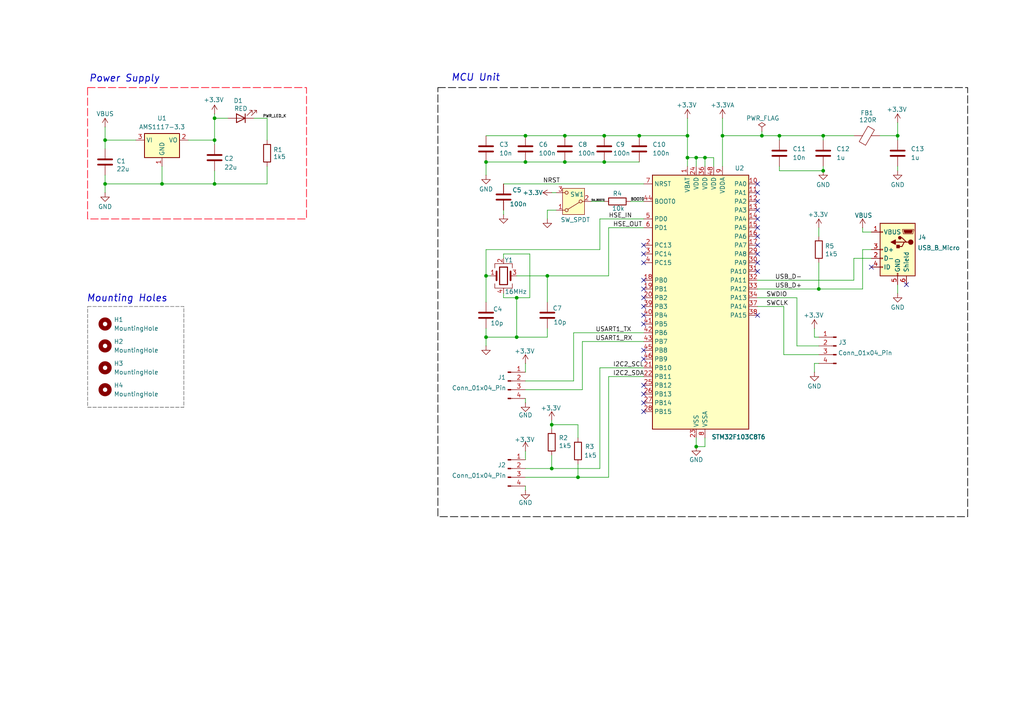
<source format=kicad_sch>
(kicad_sch (version 20231120) (generator "eeschema") (generator_version "8.0")
  (paper "A4")
  (title_block (title "Di-Vortex 2.0") (date "2025-01-06") (rev "0.1") (company "Dinalofcl Technologies"))
  (lib_symbols
    (symbol "Connector:Conn_01x04_Pin" (pin_names (offset 1.016) hide)
      (property "Reference" "J" (at 0 5.08 0))
      (property "Value" "Conn_01x04_Pin" (at 0 -7.62 0))
      (symbol "Conn_01x04_Pin_1_1"
        (polyline (pts (xy 1.27 -5.08) (xy 0.8636 -5.08)) (stroke (width 0.1524)))
        (polyline (pts (xy 1.27 -2.54) (xy 0.8636 -2.54)) (stroke (width 0.1524)))
        (polyline (pts (xy 1.27 0) (xy 0.8636 0)) (stroke (width 0.1524)))
        (polyline (pts (xy 1.27 2.54) (xy 0.8636 2.54)) (stroke (width 0.1524)))
        (rectangle (start 0.8636 -4.953) (end 0 -5.207) (stroke (width 0.1524)) (fill (type outline)))
        (rectangle (start 0.8636 -2.413) (end 0 -2.667) (stroke (width 0.1524)) (fill (type outline)))
        (rectangle (start 0.8636 0.127) (end 0 -0.127) (stroke (width 0.1524)) (fill (type outline)))
        (rectangle (start 0.8636 2.667) (end 0 2.413) (stroke (width 0.1524)) (fill (type outline)))
        (pin passive line (at 5.08 2.54 180) (length 3.81) (name "Pin_1") (number "1"))
        (pin passive line (at 5.08 0 180) (length 3.81) (name "Pin_2") (number "2"))
        (pin passive line (at 5.08 -2.54 180) (length 3.81) (name "Pin_3") (number "3"))
        (pin passive line (at 5.08 -5.08 180) (length 3.81) (name "Pin_4") (number "4"))
      )
    )
    (symbol "Connector:USB_B_Micro" (pin_names (offset 1.016))
      (property "Reference" "J" (at -5.08 11.43 0))
      (property "Value" "USB_B_Micro" (at -5.08 8.89 0))
      (symbol "USB_B_Micro_0_1"
        (rectangle (start -5.08 -7.62) (end 5.08 7.62) (stroke (width 0.254)) (fill (type background)))
        (circle (center -3.81 2.159) (radius 0.635) (stroke (width 0.254)) (fill (type outline)))
        (circle (center -0.635 3.429) (radius 0.381) (stroke (width 0.254)) (fill (type outline)))
        (rectangle (start -0.127 -7.62) (end 0.127 -6.858))
        (polyline (pts (xy -1.905 2.159) (xy 0.635 2.159)) (stroke (width 0.254)))
        (polyline (pts (xy -3.175 2.159) (xy -2.54 2.159) (xy -1.27 3.429) (xy -0.635 3.429)) (stroke (width 0.254)))
        (polyline (pts (xy -2.54 2.159) (xy -1.905 2.159) (xy -1.27 0.889) (xy 0 0.889)) (stroke (width 0.254)))
        (polyline (pts (xy 0.635 2.794) (xy 0.635 1.524) (xy 1.905 2.159) (xy 0.635 2.794)) (stroke (width 0.254)) (fill (type outline)))
        (polyline (pts (xy -4.318 5.588) (xy -1.778 5.588) (xy -2.032 4.826) (xy -4.064 4.826) (xy -4.318 5.588)) (fill (type outline)))
        (polyline (pts (xy -4.699 5.842) (xy -4.699 5.588) (xy -4.445 4.826) (xy -4.445 4.572) (xy -1.651 4.572) (xy -1.651 4.826) (xy -1.397 5.588) (xy -1.397 5.842) (xy -4.699 5.842)))
        (rectangle (start 0.254 1.27) (end -0.508 0.508) (stroke (width 0.254)) (fill (type outline)))
        (rectangle (start 5.08 -5.207) (end 4.318 -4.953))
        (rectangle (start 5.08 -2.667) (end 4.318 -2.413))
        (rectangle (start 5.08 -0.127) (end 4.318 0.127))
        (rectangle (start 5.08 4.953) (end 4.318 5.207))
      )
      (symbol "USB_B_Micro_1_1"
        (pin power_out line (at 7.62 5.08 180) (length 2.54) (name "VBUS") (number "1"))
        (pin bidirectional line (at 7.62 -2.54 180) (length 2.54) (name "D-") (number "2"))
        (pin bidirectional line (at 7.62 0 180) (length 2.54) (name "D+") (number "3"))
        (pin passive line (at 7.62 -5.08 180) (length 2.54) (name "ID") (number "4"))
        (pin power_out line (at 0 -10.16 90) (length 2.54) (name "GND") (number "5"))
        (pin passive line (at -2.54 -10.16 90) (length 2.54) (name "Shield") (number "6"))
      )
    )
    (symbol "Device:C" (pin_numbers hide) (pin_names (offset 0.254))
      (property "Reference" "C" (at 0.635 2.54 0))
      (property "Value" "C" (at 0.635 -2.54 0))
      (symbol "C_0_1"
        (polyline (pts (xy -2.032 -0.762) (xy 2.032 -0.762)) (stroke (width 0.508)))
        (polyline (pts (xy -2.032 0.762) (xy 2.032 0.762)) (stroke (width 0.508)))
      )
      (symbol "C_1_1"
        (pin passive line (at 0 3.81 270) (length 2.794) (name "~") (number "1"))
        (pin passive line (at 0 -3.81 90) (length 2.794) (name "~") (number "2"))
      )
    )
    (symbol "Device:Crystal_GND24" (pin_names (offset 1.016) hide)
      (property "Reference" "Y" (at 3.175 5.08 0))
      (property "Value" "Crystal_GND24" (at 3.175 3.175 0))
      (symbol "Crystal_GND24_0_1"
        (rectangle (start -1.143 2.54) (end 1.143 -2.54) (stroke (width 0.3048)))
        (polyline (pts (xy -2.54 0) (xy -2.032 0)))
        (polyline (pts (xy -2.032 -1.27) (xy -2.032 1.27)) (stroke (width 0.508)))
        (polyline (pts (xy 0 -3.81) (xy 0 -3.556)))
        (polyline (pts (xy 0 3.556) (xy 0 3.81)))
        (polyline (pts (xy 2.032 -1.27) (xy 2.032 1.27)) (stroke (width 0.508)))
        (polyline (pts (xy 2.032 0) (xy 2.54 0)))
        (polyline (pts (xy -2.54 -2.286) (xy -2.54 -3.556) (xy 2.54 -3.556) (xy 2.54 -2.286)))
        (polyline (pts (xy -2.54 2.286) (xy -2.54 3.556) (xy 2.54 3.556) (xy 2.54 2.286)))
      )
      (symbol "Crystal_GND24_1_1"
        (pin passive line (at -3.81 0 0) (length 1.27) (name "1") (number "1"))
        (pin passive line (at 0 5.08 270) (length 1.27) (name "2") (number "2"))
        (pin passive line (at 3.81 0 180) (length 1.27) (name "3") (number "3"))
        (pin passive line (at 0 -5.08 90) (length 1.27) (name "4") (number "4"))
      )
    )
    (symbol "Device:FerriteBead" (pin_numbers hide) (pin_names (offset 0))
      (property "Reference" "FB" (at -3.81 0.635 90))
      (property "Value" "FerriteBead" (at 3.81 0 90))
      (symbol "FerriteBead_0_1"
        (polyline (pts (xy 0 -1.27) (xy 0 -1.2192)))
        (polyline (pts (xy 0 1.27) (xy 0 1.2954)))
        (polyline (pts (xy -2.7686 0.4064) (xy -1.7018 2.2606) (xy 2.7686 -0.3048) (xy 1.6764 -2.159) (xy -2.7686 0.4064)))
      )
      (symbol "FerriteBead_1_1"
        (pin passive line (at 0 3.81 270) (length 2.54) (name "~") (number "1"))
        (pin passive line (at 0 -3.81 90) (length 2.54) (name "~") (number "2"))
      )
    )
    (symbol "Device:LED" (pin_numbers hide) (pin_names (offset 1.016) hide)
      (property "Reference" "D" (at 0 2.54 0))
      (property "Value" "LED" (at 0 -2.54 0))
      (symbol "LED_0_1"
        (polyline (pts (xy -1.27 -1.27) (xy -1.27 1.27)) (stroke (width 0.254)))
        (polyline (pts (xy -1.27 0) (xy 1.27 0)))
        (polyline (pts (xy 1.27 -1.27) (xy 1.27 1.27) (xy -1.27 0) (xy 1.27 -1.27)) (stroke (width 0.254)))
        (polyline (pts (xy -3.048 -0.762) (xy -4.572 -2.286) (xy -3.81 -2.286) (xy -4.572 -2.286) (xy -4.572 -1.524)))
        (polyline (pts (xy -1.778 -0.762) (xy -3.302 -2.286) (xy -2.54 -2.286) (xy -3.302 -2.286) (xy -3.302 -1.524)))
      )
      (symbol "LED_1_1"
        (pin passive line (at -3.81 0 0) (length 2.54) (name "K") (number "1"))
        (pin passive line (at 3.81 0 180) (length 2.54) (name "A") (number "2"))
      )
    )
    (symbol "Device:R" (pin_numbers hide) (pin_names (offset 0))
      (property "Reference" "R" (at 2.032 0 90))
      (property "Value" "R" (at 0 0 90))
      (symbol "R_0_1"
        (rectangle (start -1.016 -2.54) (end 1.016 2.54) (stroke (width 0.254)))
      )
      (symbol "R_1_1"
        (pin passive line (at 0 3.81 270) (length 1.27) (name "~") (number "1"))
        (pin passive line (at 0 -3.81 90) (length 1.27) (name "~") (number "2"))
      )
    )
    (symbol "MCU_ST_STM32F1:STM32F103C8Tx"
      (property "Reference" "U" (at -12.7 39.37 0))
      (property "Value" "STM32F103C8Tx" (at 10.16 39.37 0))
      (symbol "STM32F103C8Tx_0_1"
        (rectangle (start -12.7 -35.56) (end 15.24 38.1) (stroke (width 0.254)) (fill (type background)))
      )
      (symbol "STM32F103C8Tx_1_1"
        (pin power_in line (at -2.54 40.64 270) (length 2.54) (name "VBAT") (number "1"))
        (pin bidirectional line (at 17.78 35.56 180) (length 2.54) (name "PA0") (number "10"))
        (pin bidirectional line (at 17.78 33.02 180) (length 2.54) (name "PA1") (number "11"))
        (pin bidirectional line (at 17.78 30.48 180) (length 2.54) (name "PA2") (number "12"))
        (pin bidirectional line (at 17.78 27.94 180) (length 2.54) (name "PA3") (number "13"))
        (pin bidirectional line (at 17.78 25.4 180) (length 2.54) (name "PA4") (number "14"))
        (pin bidirectional line (at 17.78 22.86 180) (length 2.54) (name "PA5") (number "15"))
        (pin bidirectional line (at 17.78 20.32 180) (length 2.54) (name "PA6") (number "16"))
        (pin bidirectional line (at 17.78 17.78 180) (length 2.54) (name "PA7") (number "17"))
        (pin bidirectional line (at -15.24 7.62 0) (length 2.54) (name "PB0") (number "18"))
        (pin bidirectional line (at -15.24 5.08 0) (length 2.54) (name "PB1") (number "19"))
        (pin bidirectional line (at -15.24 17.78 0) (length 2.54) (name "PC13") (number "2"))
        (pin bidirectional line (at -15.24 2.54 0) (length 2.54) (name "PB2") (number "20"))
        (pin bidirectional line (at -15.24 -17.78 0) (length 2.54) (name "PB10") (number "21"))
        (pin bidirectional line (at -15.24 -20.32 0) (length 2.54) (name "PB11") (number "22"))
        (pin power_in line (at 0 -38.1 90) (length 2.54) (name "VSS") (number "23"))
        (pin power_in line (at 0 40.64 270) (length 2.54) (name "VDD") (number "24"))
        (pin bidirectional line (at -15.24 -22.86 0) (length 2.54) (name "PB12") (number "25"))
        (pin bidirectional line (at -15.24 -25.4 0) (length 2.54) (name "PB13") (number "26"))
        (pin bidirectional line (at -15.24 -27.94 0) (length 2.54) (name "PB14") (number "27"))
        (pin bidirectional line (at -15.24 -30.48 0) (length 2.54) (name "PB15") (number "28"))
        (pin bidirectional line (at 17.78 15.24 180) (length 2.54) (name "PA8") (number "29"))
        (pin bidirectional line (at -15.24 15.24 0) (length 2.54) (name "PC14") (number "3"))
        (pin bidirectional line (at 17.78 12.7 180) (length 2.54) (name "PA9") (number "30"))
        (pin bidirectional line (at 17.78 10.16 180) (length 2.54) (name "PA10") (number "31"))
        (pin bidirectional line (at 17.78 7.62 180) (length 2.54) (name "PA11") (number "32"))
        (pin bidirectional line (at 17.78 5.08 180) (length 2.54) (name "PA12") (number "33"))
        (pin bidirectional line (at 17.78 2.54 180) (length 2.54) (name "PA13") (number "34"))
        (pin passive line (at 0 -38.1 90) (length 2.54) hide (name "VSS") (number "35"))
        (pin power_in line (at 2.54 40.64 270) (length 2.54) (name "VDD") (number "36"))
        (pin bidirectional line (at 17.78 0 180) (length 2.54) (name "PA14") (number "37"))
        (pin bidirectional line (at 17.78 -2.54 180) (length 2.54) (name "PA15") (number "38"))
        (pin bidirectional line (at -15.24 0 0) (length 2.54) (name "PB3") (number "39"))
        (pin bidirectional line (at -15.24 12.7 0) (length 2.54) (name "PC15") (number "4"))
        (pin bidirectional line (at -15.24 -2.54 0) (length 2.54) (name "PB4") (number "40"))
        (pin bidirectional line (at -15.24 -5.08 0) (length 2.54) (name "PB5") (number "41"))
        (pin bidirectional line (at -15.24 -7.62 0) (length 2.54) (name "PB6") (number "42"))
        (pin bidirectional line (at -15.24 -10.16 0) (length 2.54) (name "PB7") (number "43"))
        (pin input line (at -15.24 30.48 0) (length 2.54) (name "BOOT0") (number "44"))
        (pin bidirectional line (at -15.24 -12.7 0) (length 2.54) (name "PB8") (number "45"))
        (pin bidirectional line (at -15.24 -15.24 0) (length 2.54) (name "PB9") (number "46"))
        (pin passive line (at 0 -38.1 90) (length 2.54) hide (name "VSS") (number "47"))
        (pin power_in line (at 5.08 40.64 270) (length 2.54) (name "VDD") (number "48"))
        (pin bidirectional line (at -15.24 25.4 0) (length 2.54) (name "PD0") (number "5"))
        (pin bidirectional line (at -15.24 22.86 0) (length 2.54) (name "PD1") (number "6"))
        (pin input line (at -15.24 35.56 0) (length 2.54) (name "NRST") (number "7"))
        (pin power_in line (at 2.54 -38.1 90) (length 2.54) (name "VSSA") (number "8"))
        (pin power_in line (at 7.62 40.64 270) (length 2.54) (name "VDDA") (number "9"))
      )
    )
    (symbol "Mechanical:MountingHole" (pin_names (offset 1.016)) (exclude_from_sim yes) (in_bom no)
      (property "Reference" "H" (at 0 5.08 0))
      (property "Value" "MountingHole" (at 0 3.175 0))
      (symbol "MountingHole_0_1"
        (circle (center 0 0) (radius 1.27) (stroke (width 1.27)))
      )
    )
    (symbol "Regulator_Linear:AMS1117-3.3"
      (property "Reference" "U" (at -3.81 3.175 0))
      (property "Value" "AMS1117-3.3" (at 0 3.175 0))
      (symbol "AMS1117-3.3_0_1"
        (rectangle (start -5.08 -5.08) (end 5.08 1.905) (stroke (width 0.254)) (fill (type background)))
      )
      (symbol "AMS1117-3.3_1_1"
        (pin power_in line (at 0 -7.62 90) (length 2.54) (name "GND") (number "1"))
        (pin power_out line (at 7.62 0 180) (length 2.54) (name "VO") (number "2"))
        (pin power_in line (at -7.62 0 0) (length 2.54) (name "VI") (number "3"))
      )
    )
    (symbol "Switch:SW_SPDT" (pin_names (offset 0) hide)
      (property "Reference" "SW" (at 0 5.08 0))
      (property "Value" "SW_SPDT" (at 0 -5.08 0))
      (symbol "SW_SPDT_0_1"
        (circle (center -2.032 0) (radius 0.4572))
        (polyline (pts (xy -1.651 0.254) (xy 1.651 2.286)))
        (circle (center 2.032 -2.54) (radius 0.4572))
        (circle (center 2.032 2.54) (radius 0.4572))
      )
      (symbol "SW_SPDT_1_1"
        (rectangle (start -3.175 3.81) (end 3.175 -3.81) (fill (type background)))
        (pin passive line (at 5.08 2.54 180) (length 2.54) (name "A") (number "1"))
        (pin passive line (at -5.08 0 0) (length 2.54) (name "B") (number "2"))
        (pin passive line (at 5.08 -2.54 180) (length 2.54) (name "C") (number "3"))
      )
    )
    (symbol "power:+3.3V" (power) (pin_numbers hide) (pin_names (offset 0) hide)
      (property "Value" "+3.3V" (at 0 3.556 0))
      (symbol "+3.3V_0_1"
        (polyline (pts (xy -0.762 1.27) (xy 0 2.54)))
        (polyline (pts (xy 0 0) (xy 0 2.54)))
        (polyline (pts (xy 0 2.54) (xy 0.762 1.27)))
      )
      (symbol "+3.3V_1_1"
        (pin power_in line (at 0 0 90) (length 0) (name "~") (number "1"))
      )
    )
    (symbol "power:+3.3VA" (power) (pin_numbers hide) (pin_names (offset 0) hide)
      (property "Value" "+3.3VA" (at 0 3.556 0))
      (symbol "+3.3VA_0_1"
        (polyline (pts (xy -0.762 1.27) (xy 0 2.54)))
        (polyline (pts (xy 0 0) (xy 0 2.54)))
        (polyline (pts (xy 0 2.54) (xy 0.762 1.27)))
      )
      (symbol "+3.3VA_1_1"
        (pin power_in line (at 0 0 90) (length 0) (name "~") (number "1"))
      )
    )
    (symbol "power:GND" (power) (pin_numbers hide) (pin_names (offset 0) hide)
      (property "Value" "GND" (at 0 -3.81 0))
      (symbol "GND_0_1"
        (polyline (pts (xy 0 0) (xy 0 -1.27) (xy 1.27 -1.27) (xy 0 -2.54) (xy -1.27 -1.27) (xy 0 -1.27)))
      )
      (symbol "GND_1_1"
        (pin power_in line (at 0 0 270) (length 0) (name "~") (number "1"))
      )
    )
    (symbol "power:PWR_FLAG" (power) (pin_numbers hide) (pin_names (offset 0) hide)
      (property "Value" "PWR_FLAG" (at 0 3.81 0))
      (symbol "PWR_FLAG_0_0"
        (pin power_out line (at 0 0 90) (length 0) (name "~") (number "1"))
      )
      (symbol "PWR_FLAG_0_1"
        (polyline (pts (xy 0 0) (xy 0 1.27) (xy -1.016 1.905) (xy 0 2.54) (xy 1.016 1.905) (xy 0 1.27)))
      )
    )
    (symbol "power:VBUS" (power) (pin_numbers hide) (pin_names (offset 0) hide)
      (property "Value" "VBUS" (at 0 3.556 0))
      (symbol "VBUS_0_1"
        (polyline (pts (xy -0.762 1.27) (xy 0 2.54)))
        (polyline (pts (xy 0 0) (xy 0 2.54)))
        (polyline (pts (xy 0 2.54) (xy 0.762 1.27)))
      )
      (symbol "VBUS_1_1"
        (pin power_in line (at 0 0 90) (length 0) (name "~") (number "1"))
      )
    )
  )
  (junction (at 185.42 39.37))
  (junction (at 238.76 39.37))
  (junction (at 30.48 40.64))
  (junction (at 152.4 46.99))
  (junction (at 237.49 83.82))
  (junction (at 226.06 39.37))
  (junction (at 140.97 97.79))
  (junction (at 175.26 39.37))
  (junction (at 163.83 39.37))
  (junction (at 260.35 39.37))
  (junction (at 46.99 53.34))
  (junction (at 201.93 45.72))
  (junction (at 149.86 97.79))
  (junction (at 62.23 53.34))
  (junction (at 175.26 46.99))
  (junction (at 149.86 86.36))
  (junction (at 158.75 80.01))
  (junction (at 140.97 46.99))
  (junction (at 167.64 138.43))
  (junction (at 30.48 53.34))
  (junction (at 160.02 123.19))
  (junction (at 163.83 46.99))
  (junction (at 152.4 39.37))
  (junction (at 209.55 39.37))
  (junction (at 160.02 135.89))
  (junction (at 62.23 34.29))
  (junction (at 220.98 39.37))
  (junction (at 199.39 39.37))
  (junction (at 204.47 45.72))
  (junction (at 62.23 40.64))
  (junction (at 201.93 129.54))
  (junction (at 199.39 45.72))
  (junction (at 140.97 80.01))
  (junction (at 238.76 49.53))
  (no_connect (at 219.71 68.58))
  (no_connect (at 219.71 66.04))
  (no_connect (at 186.69 81.28))
  (no_connect (at 219.71 78.74))
  (no_connect (at 219.71 55.88))
  (no_connect (at 186.69 73.66))
  (no_connect (at 186.69 116.84))
  (no_connect (at 186.69 119.38))
  (no_connect (at 219.71 60.96))
  (no_connect (at 186.69 91.44))
  (no_connect (at 186.69 83.82))
  (no_connect (at 219.71 76.2))
  (no_connect (at 186.69 71.12))
  (no_connect (at 186.69 111.76))
  (no_connect (at 219.71 71.12))
  (no_connect (at 219.71 91.44))
  (no_connect (at 219.71 58.42))
  (no_connect (at 186.69 76.2))
  (no_connect (at 186.69 88.9))
  (no_connect (at 262.89 82.55))
  (no_connect (at 186.69 86.36))
  (no_connect (at 219.71 53.34))
  (no_connect (at 219.71 63.5))
  (no_connect (at 186.69 93.98))
  (no_connect (at 252.73 77.47))
  (no_connect (at 186.69 104.14))
  (no_connect (at 219.71 73.66))
  (no_connect (at 186.69 114.3))
  (no_connect (at 186.69 101.6))
  (wire (pts (xy 176.53 80.01) (xy 176.53 66.04)))
  (wire (pts (xy 160.02 123.19) (xy 160.02 124.46)))
  (wire (pts (xy 152.4 130.81) (xy 152.4 133.35)))
  (wire (pts (xy 46.99 48.26) (xy 46.99 53.34)))
  (wire (pts (xy 236.22 95.25) (xy 236.22 97.79)))
  (wire (pts (xy 146.05 73.66) (xy 153.67 73.66)))
  (wire (pts (xy 158.75 60.96) (xy 161.29 60.96)))
  (wire (pts (xy 204.47 45.72) (xy 207.01 45.72)))
  (wire (pts (xy 140.97 97.79) (xy 149.86 97.79)))
  (wire (pts (xy 140.97 46.99) (xy 140.97 50.8)))
  (wire (pts (xy 173.99 106.68) (xy 186.69 106.68)))
  (wire (pts (xy 237.49 83.82) (xy 250.19 83.82)))
  (wire (pts (xy 62.23 33.02) (xy 62.23 34.29)))
  (wire (pts (xy 204.47 48.26) (xy 204.47 45.72)))
  (wire (pts (xy 30.48 36.83) (xy 30.48 40.64)))
  (wire (pts (xy 226.06 49.53) (xy 238.76 49.53)))
  (wire (pts (xy 152.4 46.99) (xy 163.83 46.99)))
  (wire (pts (xy 166.37 110.49) (xy 166.37 96.52)))
  (wire (pts (xy 152.4 39.37) (xy 163.83 39.37)))
  (wire (pts (xy 77.47 34.29) (xy 77.47 40.64)))
  (wire (pts (xy 219.71 88.9) (xy 227.33 88.9)))
  (wire (pts (xy 226.06 40.64) (xy 226.06 39.37)))
  (wire (pts (xy 260.35 82.55) (xy 260.35 85.09)))
  (wire (pts (xy 158.75 63.5) (xy 158.75 60.96)))
  (wire (pts (xy 250.19 66.04) (xy 250.19 67.31)))
  (wire (pts (xy 140.97 80.01) (xy 140.97 87.63)))
  (wire (pts (xy 207.01 48.26) (xy 207.01 45.72)))
  (wire (pts (xy 238.76 48.26) (xy 238.76 49.53)))
  (wire (pts (xy 199.39 45.72) (xy 199.39 48.26)))
  (wire (pts (xy 209.55 34.29) (xy 209.55 39.37)))
  (wire (pts (xy 152.4 110.49) (xy 166.37 110.49)))
  (wire (pts (xy 176.53 109.22) (xy 186.69 109.22)))
  (wire (pts (xy 160.02 123.19) (xy 167.64 123.19)))
  (wire (pts (xy 158.75 95.25) (xy 158.75 97.79)))
  (wire (pts (xy 204.47 127) (xy 204.47 129.54)))
  (wire (pts (xy 201.93 129.54) (xy 204.47 129.54)))
  (wire (pts (xy 167.64 138.43) (xy 176.53 138.43)))
  (wire (pts (xy 250.19 72.39) (xy 252.73 72.39)))
  (wire (pts (xy 77.47 53.34) (xy 62.23 53.34)))
  (wire (pts (xy 237.49 76.2) (xy 237.49 83.82)))
  (wire (pts (xy 152.4 135.89) (xy 160.02 135.89)))
  (wire (pts (xy 255.27 39.37) (xy 260.35 39.37)))
  (wire (pts (xy 163.83 46.99) (xy 175.26 46.99)))
  (wire (pts (xy 250.19 67.31) (xy 252.73 67.31)))
  (wire (pts (xy 73.66 34.29) (xy 77.47 34.29)))
  (wire (pts (xy 236.22 105.41) (xy 237.49 105.41)))
  (wire (pts (xy 160.02 121.92) (xy 160.02 123.19)))
  (wire (pts (xy 220.98 38.1) (xy 220.98 39.37)))
  (wire (pts (xy 140.97 80.01) (xy 142.24 80.01)))
  (wire (pts (xy 149.86 86.36) (xy 153.67 86.36)))
  (wire (pts (xy 149.86 86.36) (xy 146.05 86.36)))
  (wire (pts (xy 173.99 63.5) (xy 173.99 72.39)))
  (wire (pts (xy 209.55 39.37) (xy 209.55 48.26)))
  (wire (pts (xy 236.22 107.95) (xy 236.22 105.41)))
  (wire (pts (xy 77.47 48.26) (xy 77.47 53.34)))
  (wire (pts (xy 62.23 34.29) (xy 62.23 40.64)))
  (wire (pts (xy 166.37 96.52) (xy 186.69 96.52)))
  (wire (pts (xy 238.76 40.64) (xy 238.76 39.37)))
  (wire (pts (xy 160.02 55.88) (xy 161.29 55.88)))
  (wire (pts (xy 152.4 115.57) (xy 152.4 116.84)))
  (wire (pts (xy 152.4 113.03) (xy 168.91 113.03)))
  (wire (pts (xy 260.35 40.64) (xy 260.35 39.37)))
  (wire (pts (xy 220.98 39.37) (xy 226.06 39.37)))
  (wire (pts (xy 140.97 39.37) (xy 152.4 39.37)))
  (wire (pts (xy 201.93 48.26) (xy 201.93 45.72)))
  (wire (pts (xy 62.23 53.34) (xy 46.99 53.34)))
  (wire (pts (xy 149.86 86.36) (xy 149.86 97.79)))
  (wire (pts (xy 158.75 80.01) (xy 158.75 87.63)))
  (wire (pts (xy 152.4 138.43) (xy 167.64 138.43)))
  (wire (pts (xy 66.04 34.29) (xy 62.23 34.29)))
  (wire (pts (xy 153.67 73.66) (xy 153.67 86.36)))
  (wire (pts (xy 247.65 74.93) (xy 252.73 74.93)))
  (wire (pts (xy 152.4 105.41) (xy 152.4 107.95)))
  (wire (pts (xy 149.86 97.79) (xy 158.75 97.79)))
  (wire (pts (xy 199.39 34.29) (xy 199.39 39.37)))
  (wire (pts (xy 219.71 81.28) (xy 247.65 81.28)))
  (wire (pts (xy 168.91 113.03) (xy 168.91 99.06)))
  (wire (pts (xy 238.76 39.37) (xy 247.65 39.37)))
  (wire (pts (xy 167.64 127) (xy 167.64 123.19)))
  (wire (pts (xy 160.02 132.08) (xy 160.02 135.89)))
  (wire (pts (xy 168.91 99.06) (xy 186.69 99.06)))
  (wire (pts (xy 209.55 39.37) (xy 220.98 39.37)))
  (wire (pts (xy 46.99 53.34) (xy 30.48 53.34)))
  (wire (pts (xy 146.05 86.36) (xy 146.05 85.09)))
  (wire (pts (xy 62.23 41.91) (xy 62.23 40.64)))
  (wire (pts (xy 247.65 81.28) (xy 247.65 74.93)))
  (wire (pts (xy 227.33 102.87) (xy 237.49 102.87)))
  (wire (pts (xy 149.86 80.01) (xy 158.75 80.01)))
  (wire (pts (xy 140.97 72.39) (xy 140.97 80.01)))
  (wire (pts (xy 152.4 140.97) (xy 152.4 142.24)))
  (wire (pts (xy 173.99 72.39) (xy 140.97 72.39)))
  (wire (pts (xy 140.97 97.79) (xy 140.97 100.33)))
  (wire (pts (xy 158.75 80.01) (xy 176.53 80.01)))
  (wire (pts (xy 146.05 53.34) (xy 186.69 53.34)))
  (wire (pts (xy 250.19 83.82) (xy 250.19 72.39)))
  (wire (pts (xy 30.48 43.18) (xy 30.48 40.64)))
  (wire (pts (xy 160.02 135.89) (xy 173.99 135.89)))
  (wire (pts (xy 173.99 135.89) (xy 173.99 106.68)))
  (wire (pts (xy 260.35 35.56) (xy 260.35 39.37)))
  (wire (pts (xy 163.83 39.37) (xy 175.26 39.37)))
  (wire (pts (xy 171.45 58.42) (xy 175.26 58.42)))
  (wire (pts (xy 201.93 127) (xy 201.93 129.54)))
  (wire (pts (xy 30.48 53.34) (xy 30.48 55.88)))
  (wire (pts (xy 185.42 39.37) (xy 199.39 39.37)))
  (wire (pts (xy 219.71 83.82) (xy 237.49 83.82)))
  (wire (pts (xy 199.39 39.37) (xy 199.39 45.72)))
  (wire (pts (xy 175.26 46.99) (xy 185.42 46.99)))
  (wire (pts (xy 54.61 40.64) (xy 62.23 40.64)))
  (wire (pts (xy 186.69 63.5) (xy 173.99 63.5)))
  (wire (pts (xy 226.06 39.37) (xy 238.76 39.37)))
  (wire (pts (xy 260.35 48.26) (xy 260.35 49.53)))
  (wire (pts (xy 175.26 39.37) (xy 185.42 39.37)))
  (wire (pts (xy 140.97 46.99) (xy 152.4 46.99)))
  (wire (pts (xy 176.53 138.43) (xy 176.53 109.22)))
  (wire (pts (xy 140.97 95.25) (xy 140.97 97.79)))
  (wire (pts (xy 199.39 45.72) (xy 201.93 45.72)))
  (wire (pts (xy 237.49 66.04) (xy 237.49 68.58)))
  (wire (pts (xy 227.33 88.9) (xy 227.33 102.87)))
  (wire (pts (xy 146.05 74.93) (xy 146.05 73.66)))
  (wire (pts (xy 30.48 40.64) (xy 39.37 40.64)))
  (wire (pts (xy 219.71 86.36) (xy 231.14 86.36)))
  (wire (pts (xy 226.06 48.26) (xy 226.06 49.53)))
  (wire (pts (xy 62.23 49.53) (xy 62.23 53.34)))
  (wire (pts (xy 167.64 134.62) (xy 167.64 138.43)))
  (wire (pts (xy 176.53 66.04) (xy 186.69 66.04)))
  (wire (pts (xy 201.93 45.72) (xy 204.47 45.72)))
  (wire (pts (xy 30.48 50.8) (xy 30.48 53.34)))
  (wire (pts (xy 231.14 100.33) (xy 237.49 100.33)))
  (wire (pts (xy 182.88 58.42) (xy 186.69 58.42)))
  (wire (pts (xy 146.05 60.96) (xy 146.05 62.23)))
  (wire (pts (xy 236.22 97.79) (xy 237.49 97.79)))
  (wire (pts (xy 231.14 86.36) (xy 231.14 100.33)))
  (rectangle (start 25.4 88.9) (end 53.34 118.11) (stroke (width 0.1) (type dash) (color 0 0 0 1)))
  (rectangle (start 25.4 25.4) (end 88.9 63.5) (stroke (width 0.2) (type dash) (color 255 0 28 1)))
  (rectangle (start 127 25.4) (end 280.67 149.86) (stroke (width 0.2) (type dash) (color 0 0 0 1)))
  (text "MCU Unit" (at 137.922 22.606 0) (effects (font (size 2 2) (thickness 0.254) (bold yes) (italic yes))))
  (text "Power Supply" (at 36.068 22.86 0) (effects (font (size 2 2) (thickness 0.254) (bold yes) (italic yes))))
  (text "Mounting Holes" (at 36.83 86.614 0) (effects (font (size 2 2) (thickness 0.254) (bold yes) (italic yes))))
  (label "USB_D+" (at 224.79 83.82 0))
  (label "SWCLK" (at 222.25 88.9 0))
  (label "HSE_OUT" (at 177.8 66.04 0))
  (label "BOOT0" (at 182.88 58.42 0) (effects (font (size 0.8 0.8))))
  (label "USB_D-" (at 224.79 81.28 0))
  (label "PWR_LED_K" (at 76.2 34.29 0) (effects (font (size 0.8 0.8))))
  (label "NRST" (at 157.48 53.34 0))
  (label "I2C2_SDA" (at 177.8 109.22 0))
  (label "USART1_RX" (at 172.72 99.06 0))
  (label "SWDIO" (at 222.25 86.36 0))
  (label "I2C2_SCL" (at 177.8 106.68 0))
  (label "SW_BOOT0" (at 171.45 58.42 0) (effects (font (size 0.5 0.5))))
  (label "HSE_IN" (at 176.53 63.5 0))
  (label "USART1_TX" (at 172.72 96.52 0))
  (symbol (lib_id "Regulator_Linear:AMS1117-3.3") (at 46.99 40.64 0) (unit 1)
    (property "Reference" "U1" (at 46.99 34.29 0))
    (property "Value" "AMS1117-3.3" (at 46.99 36.83 0))
    (property "Footprint" "Package_TO_SOT_SMD:SOT-223-3_TabPin2" (effects (hide yes)))
    (property "Datasheet" "http://www.advanced-monolithic.com/pdf/ds1117.pdf" (effects (hide yes)))
    (property "Description" "1A Low Dropout regulator, positive, 3.3V fixed output, SOT-223" (effects (hide yes)))
  )
  (symbol (lib_id "power:GND") (at 30.48 55.88 0) (unit 1)
    (property "Reference" "#PWR017" (effects (hide yes)))
    (property "Value" "GND" (at 30.48 59.944 0))
    (property "Description" "Power symbol creates a global label with name \"GND\" , ground" (effects (hide yes)))
  )
  (symbol (lib_id "power:GND") (at 152.4 142.24 0) (unit 1)
    (property "Reference" "#PWR023" (effects (hide yes)))
    (property "Value" "GND" (at 152.4 145.796 0))
    (property "Description" "Power symbol creates a global label with name \"GND\" , ground" (effects (hide yes)))
  )
  (symbol (lib_id "power:VBUS") (at 250.19 66.04 0) (unit 1)
    (property "Reference" "#PWR013" (effects (hide yes)))
    (property "Value" "VBUS" (at 250.444 62.484 0))
    (property "Description" "Power symbol creates a global label with name \"VBUS\"" (effects (hide yes)))
  )
  (symbol (lib_id "Device:Crystal_GND24") (at 146.05 80.01 0) (unit 1)
    (property "Reference" "Y1" (at 147.574 75.438 0))
    (property "Value" "16MHz" (at 149.606 84.582 0))
    (property "Footprint" "Crystal:Crystal_SMD_3225-4Pin_3.2x2.5mm" (effects (hide yes)))
    (property "Description" "Four pin crystal, GND on pins 2 and 4" (effects (hide yes)))
  )
  (symbol (lib_id "power:+3.3V") (at 260.35 35.56 0) (unit 1)
    (property "Reference" "#PWR07" (effects (hide yes)))
    (property "Value" "+3.3V" (at 260.096 31.75 0))
    (property "Description" "Power symbol creates a global label with name \"+3.3V\"" (effects (hide yes)))
  )
  (symbol (lib_id "Device:LED") (at 69.85 34.29 180) (unit 1)
    (property "Reference" "D1" (at 69.088 29.21 0))
    (property "Value" "RED" (at 69.85 31.496 0))
    (property "Footprint" "LED_SMD:LED_0603_1608Metric" (effects (hide yes)))
    (property "Description" "Light emitting diode" (effects (hide yes)))
  )
  (symbol (lib_id "power:GND") (at 260.35 85.09 0) (unit 1)
    (property "Reference" "#PWR012" (effects (hide yes)))
    (property "Value" "GND" (at 260.35 89.154 0))
    (property "Description" "Power symbol creates a global label with name \"GND\" , ground" (effects (hide yes)))
  )
  (symbol (lib_id "power:GND") (at 260.35 49.53 0) (unit 1)
    (property "Reference" "#PWR06" (effects (hide yes)))
    (property "Value" "GND" (at 260.35 53.594 0))
    (property "Description" "Power symbol creates a global label with name \"GND\" , ground" (effects (hide yes)))
  )
  (symbol (lib_id "Device:R") (at 179.07 58.42 270) (unit 1)
    (property "Reference" "R4" (at 179.07 56.134 90))
    (property "Value" "10k" (at 179.324 60.452 90))
    (property "Footprint" "Resistor_SMD:R_0402_1005Metric" (effects (hide yes)))
    (property "Description" "Resistor" (effects (hide yes)))
  )
  (symbol (lib_id "Connector:Conn_01x04_Pin") (at 147.32 110.49 0) (unit 1)
    (property "Reference" "J1" (at 145.542 109.474 0))
    (property "Value" "Conn_01x04_Pin" (at 138.938 112.522 0))
    (property "Footprint" "Connector_PinSocket_2.54mm:PinSocket_1x04_P2.54mm_Vertical" (effects (hide yes)))
    (property "Description" "Generic connector, single row, 01x04, script generated" (effects (hide yes)))
  )
  (symbol (lib_id "power:+3.3V") (at 199.39 34.29 0) (unit 1)
    (property "Reference" "#PWR02" (effects (hide yes)))
    (property "Value" "+3.3V" (at 199.136 30.48 0))
    (property "Description" "Power symbol creates a global label with name \"+3.3V\"" (effects (hide yes)))
  )
  (symbol (lib_id "Device:FerriteBead") (at 251.46 39.37 90) (unit 1)
    (property "Reference" "FB1" (at 251.46 32.766 90))
    (property "Value" "120R" (at 251.714 34.798 90))
    (property "Footprint" "Inductor_SMD:L_0603_1608Metric" (effects (hide yes)))
    (property "Description" "Ferrite bead" (effects (hide yes)))
  )
  (symbol (lib_id "Device:C") (at 175.26 43.18 0) (unit 1)
    (property "Reference" "C9" (at 178.562 41.91 0) (effects (justify left)))
    (property "Value" "100n" (at 177.8 44.45 0) (effects (justify left)))
    (property "Footprint" "Capacitor_SMD:C_0402_1005Metric" (effects (hide yes)))
    (property "Description" "Unpolarized capacitor" (effects (hide yes)))
  )
  (symbol (lib_id "Connector:Conn_01x04_Pin") (at 147.32 135.89 0) (unit 1)
    (property "Reference" "J2" (at 145.542 134.874 0))
    (property "Value" "Conn_01x04_Pin" (at 138.938 137.922 0))
    (property "Footprint" "Connector_PinSocket_2.54mm:PinSocket_1x04_P2.54mm_Vertical" (effects (hide yes)))
    (property "Description" "Generic connector, single row, 01x04, script generated" (effects (hide yes)))
  )
  (symbol (lib_id "Device:C") (at 152.4 43.18 0) (unit 1)
    (property "Reference" "C6" (at 156.21 41.9099 0) (effects (justify left)))
    (property "Value" "100n" (at 156.21 44.4499 0) (effects (justify left)))
    (property "Footprint" "Capacitor_SMD:C_0402_1005Metric" (effects (hide yes)))
    (property "Description" "Unpolarized capacitor" (effects (hide yes)))
  )
  (symbol (lib_id "Connector:Conn_01x04_Pin") (at 242.57 100.33 0) (mirror y) (unit 1)
    (property "Reference" "J3" (at 244.348 99.314 0))
    (property "Value" "Conn_01x04_Pin" (at 250.952 102.362 0))
    (property "Footprint" "Connector_PinSocket_2.54mm:PinSocket_1x04_P2.54mm_Vertical" (effects (hide yes)))
    (property "Description" "Generic connector, single row, 01x04, script generated" (effects (hide yes)))
  )
  (symbol (lib_id "Mechanical:MountingHole") (at 30.48 93.98 0) (unit 1) (exclude_from_sim yes) (in_bom no)
    (property "Reference" "H1" (at 33.02 92.7099 0) (effects (justify left)))
    (property "Value" "MountingHole" (at 33.02 95.2499 0) (effects (justify left)))
    (property "Footprint" "MountingHole:MountingHole_2.2mm_M2" (effects (hide yes)))
    (property "Description" "Mounting Hole without connection" (effects (hide yes)))
  )
  (symbol (lib_id "power:GND") (at 201.93 129.54 0) (unit 1)
    (property "Reference" "#PWR01" (effects (hide yes)))
    (property "Value" "GND" (at 201.93 133.35 0))
    (property "Description" "Power symbol creates a global label with name \"GND\" , ground" (effects (hide yes)))
  )
  (symbol (lib_id "Device:C") (at 260.35 44.45 0) (unit 1)
    (property "Reference" "C13" (at 264.16 43.1799 0) (effects (justify left)))
    (property "Value" "1u" (at 264.16 45.7199 0) (effects (justify left)))
    (property "Footprint" "Capacitor_SMD:C_0402_1005Metric" (effects (hide yes)))
    (property "Description" "Unpolarized capacitor" (effects (hide yes)))
  )
  (symbol (lib_id "MCU_ST_STM32F1:STM32F103C8Tx") (at 201.93 88.9 0) (unit 1)
    (property "Reference" "U2" (at 213.106 48.768 0) (effects (justify left)))
    (property "Value" "STM32F103C8T6" (at 206.248 126.746 0) (effects (font (thickness 0.254) (bold yes)) (justify left)))
    (property "Footprint" "Package_QFP:LQFP-48_7x7mm_P0.5mm" (effects (hide yes)))
    (property "Datasheet" "https://www.st.com/resource/en/datasheet/stm32f103c8.pdf" (effects (hide yes)))
    (property "Description" "STMicroelectronics Arm Cortex-M3 MCU, 64KB flash, 20KB RAM, 72 MHz, 2.0-3.6V, 37 GPIO, LQFP48" (effects (hide yes)))
  )
  (symbol (lib_id "power:GND") (at 158.75 63.5 0) (unit 1)
    (property "Reference" "#PWR09" (effects (hide yes)))
    (property "Value" "GND" (effects (hide yes)))
    (property "Description" "Power symbol creates a global label with name \"GND\" , ground" (effects (hide yes)))
  )
  (symbol (lib_id "Mechanical:MountingHole") (at 30.48 113.03 0) (unit 1) (exclude_from_sim yes) (in_bom no)
    (property "Reference" "H4" (at 33.02 111.7599 0) (effects (justify left)))
    (property "Value" "MountingHole" (at 33.02 114.2999 0) (effects (justify left)))
    (property "Footprint" "MountingHole:MountingHole_2.2mm_M2" (effects (hide yes)))
    (property "Description" "Mounting Hole without connection" (effects (hide yes)))
  )
  (symbol (lib_id "power:GND") (at 152.4 116.84 0) (unit 1)
    (property "Reference" "#PWR022" (effects (hide yes)))
    (property "Value" "GND" (at 152.4 120.396 0))
    (property "Description" "Power symbol creates a global label with name \"GND\" , ground" (effects (hide yes)))
  )
  (symbol (lib_id "Device:C") (at 146.05 57.15 0) (unit 1)
    (property "Reference" "C5" (at 148.59 55.118 0) (effects (justify left)))
    (property "Value" "100n" (at 147.828 59.182 0) (effects (justify left)))
    (property "Footprint" "Capacitor_SMD:C_0402_1005Metric" (effects (hide yes)))
    (property "Description" "Unpolarized capacitor" (effects (hide yes)))
  )
  (symbol (lib_id "power:+3.3V") (at 62.23 33.02 0) (unit 1)
    (property "Reference" "#PWR019" (effects (hide yes)))
    (property "Value" "+3.3V" (at 61.976 28.956 0))
    (property "Description" "Power symbol creates a global label with name \"+3.3V\"" (effects (hide yes)))
  )
  (symbol (lib_id "Device:R") (at 237.49 72.39 0) (unit 1)
    (property "Reference" "R5" (at 239.268 71.374 0) (effects (justify left)))
    (property "Value" "1k5" (at 239.268 73.66 0) (effects (justify left)))
    (property "Footprint" "Resistor_SMD:R_0402_1005Metric" (effects (hide yes)))
    (property "Description" "Resistor" (effects (hide yes)))
  )
  (symbol (lib_id "Mechanical:MountingHole") (at 30.48 100.33 0) (unit 1) (exclude_from_sim yes) (in_bom no)
    (property "Reference" "H2" (at 33.02 99.0599 0) (effects (justify left)))
    (property "Value" "MountingHole" (at 33.02 101.5999 0) (effects (justify left)))
    (property "Footprint" "MountingHole:MountingHole_2.2mm_M2" (effects (hide yes)))
    (property "Description" "Mounting Hole without connection" (effects (hide yes)))
  )
  (symbol (lib_id "Device:C") (at 185.42 43.18 0) (unit 1)
    (property "Reference" "C10" (at 189.23 41.9099 0) (effects (justify left)))
    (property "Value" "100n" (at 189.23 44.4499 0) (effects (justify left)))
    (property "Footprint" "Capacitor_SMD:C_0402_1005Metric" (effects (hide yes)))
    (property "Description" "Unpolarized capacitor" (effects (hide yes)))
  )
  (symbol (lib_id "power:+3.3V") (at 160.02 55.88 90) (unit 1)
    (property "Reference" "#PWR010" (effects (hide yes)))
    (property "Value" "+3.3V" (at 157.48 55.88 90) (effects (justify left)))
    (property "Description" "Power symbol creates a global label with name \"+3.3V\"" (effects (hide yes)))
  )
  (symbol (lib_id "Device:R") (at 77.47 44.45 180) (unit 1)
    (property "Reference" "R1" (at 79.248 43.434 0) (effects (justify right)))
    (property "Value" "1k5" (at 79.248 45.466 0) (effects (justify right)))
    (property "Footprint" "Resistor_SMD:R_0402_1005Metric" (effects (hide yes)))
    (property "Description" "Resistor" (effects (hide yes)))
  )
  (symbol (lib_id "Device:C") (at 158.75 91.44 0) (unit 1)
    (property "Reference" "C7" (at 160.274 89.408 0) (effects (justify left)))
    (property "Value" "10p" (at 160.528 93.472 0) (effects (justify left)))
    (property "Footprint" "Capacitor_SMD:C_0402_1005Metric" (effects (hide yes)))
    (property "Description" "Unpolarized capacitor" (effects (hide yes)))
  )
  (symbol (lib_id "Device:C") (at 140.97 91.44 0) (unit 1)
    (property "Reference" "C4" (at 143.002 89.662 0) (effects (justify left)))
    (property "Value" "10p" (at 142.24 93.726 0) (effects (justify left)))
    (property "Footprint" "Capacitor_SMD:C_0402_1005Metric" (effects (hide yes)))
    (property "Description" "Unpolarized capacitor" (effects (hide yes)))
  )
  (symbol (lib_id "Device:R") (at 167.64 130.81 0) (unit 1)
    (property "Reference" "R3" (at 169.672 129.54 0) (effects (justify left)))
    (property "Value" "1k5" (at 169.418 132.08 0) (effects (justify left)))
    (property "Footprint" "Resistor_SMD:R_0402_1005Metric" (effects (hide yes)))
    (property "Description" "Resistor" (effects (hide yes)))
  )
  (symbol (lib_id "Device:C") (at 226.06 44.45 0) (unit 1)
    (property "Reference" "C11" (at 229.87 43.1799 0) (effects (justify left)))
    (property "Value" "10n" (at 229.87 45.7199 0) (effects (justify left)))
    (property "Footprint" "Capacitor_SMD:C_0402_1005Metric" (effects (hide yes)))
    (property "Description" "Unpolarized capacitor" (effects (hide yes)))
  )
  (symbol (lib_id "power:GND") (at 140.97 50.8 0) (unit 1)
    (property "Reference" "#PWR03" (effects (hide yes)))
    (property "Value" "GND" (at 140.97 54.864 0))
    (property "Description" "Power symbol creates a global label with name \"GND\" , ground" (effects (hide yes)))
  )
  (symbol (lib_id "power:GND") (at 238.76 49.53 0) (unit 1)
    (property "Reference" "#PWR05" (effects (hide yes)))
    (property "Value" "GND" (at 238.76 53.594 0))
    (property "Description" "Power symbol creates a global label with name \"GND\" , ground" (effects (hide yes)))
  )
  (symbol (lib_id "power:PWR_FLAG") (at 220.98 38.1 0) (unit 1)
    (property "Reference" "#FLG01" (effects (hide yes)))
    (property "Value" "PWR_FLAG" (at 221.234 34.29 0))
    (property "Description" "Special symbol for telling ERC where power comes from" (effects (hide yes)))
  )
  (symbol (lib_id "power:VBUS") (at 30.48 36.83 0) (unit 1)
    (property "Reference" "#PWR018" (effects (hide yes)))
    (property "Value" "VBUS" (at 30.48 33.02 0))
    (property "Description" "Power symbol creates a global label with name \"VBUS\"" (effects (hide yes)))
  )
  (symbol (lib_id "power:+3.3V") (at 152.4 130.81 0) (unit 1)
    (property "Reference" "#PWR021" (effects (hide yes)))
    (property "Value" "+3.3V" (at 152.146 127.508 0))
    (property "Description" "Power symbol creates a global label with name \"+3.3V\"" (effects (hide yes)))
  )
  (symbol (lib_id "Switch:SW_SPDT") (at 166.37 58.42 180) (unit 1)
    (property "Reference" "SW1" (at 167.386 56.388 0))
    (property "Value" "SW_SPDT" (at 166.878 63.754 0))
    (property "Footprint" "Button_Switch_SMD:SW_SPDT_PCM12" (effects (hide yes)))
    (property "Description" "Switch, single pole double throw" (effects (hide yes)))
  )
  (symbol (lib_id "power:+3.3V") (at 152.4 105.41 0) (unit 1)
    (property "Reference" "#PWR020" (effects (hide yes)))
    (property "Value" "+3.3V" (at 152.146 101.854 0))
    (property "Description" "Power symbol creates a global label with name \"+3.3V\"" (effects (hide yes)))
  )
  (symbol (lib_id "power:GND") (at 140.97 100.33 0) (unit 1)
    (property "Reference" "#PWR011" (effects (hide yes)))
    (property "Value" "GND" (effects (hide yes)))
    (property "Description" "Power symbol creates a global label with name \"GND\" , ground" (effects (hide yes)))
  )
  (symbol (lib_id "Device:C") (at 140.97 43.18 0) (unit 1)
    (property "Reference" "C3" (at 144.78 41.9099 0) (effects (justify left)))
    (property "Value" "10n" (at 144.78 44.4499 0) (effects (justify left)))
    (property "Footprint" "Capacitor_SMD:C_0603_1608Metric" (effects (hide yes)))
    (property "Description" "Unpolarized capacitor" (effects (hide yes)))
  )
  (symbol (lib_id "power:+3.3VA") (at 209.55 34.29 0) (unit 1)
    (property "Reference" "#PWR04" (effects (hide yes)))
    (property "Value" "+3.3VA" (at 209.55 30.48 0))
    (property "Description" "Power symbol creates a global label with name \"+3.3VA\"" (effects (hide yes)))
  )
  (symbol (lib_id "power:+3.3V") (at 236.22 95.25 0) (unit 1)
    (property "Reference" "#PWR015" (effects (hide yes)))
    (property "Value" "+3.3V" (at 235.966 91.44 0))
    (property "Description" "Power symbol creates a global label with name \"+3.3V\"" (effects (hide yes)))
  )
  (symbol (lib_id "Device:R") (at 160.02 128.27 0) (unit 1)
    (property "Reference" "R2" (at 162.052 127 0) (effects (justify left)))
    (property "Value" "1k5" (at 162.052 129.286 0) (effects (justify left)))
    (property "Footprint" "Resistor_SMD:R_0402_1005Metric" (effects (hide yes)))
    (property "Description" "Resistor" (effects (hide yes)))
  )
  (symbol (lib_id "power:GND") (at 236.22 107.95 0) (unit 1)
    (property "Reference" "#PWR016" (effects (hide yes)))
    (property "Value" "GND" (at 236.22 112.014 0))
    (property "Description" "Power symbol creates a global label with name \"GND\" , ground" (effects (hide yes)))
  )
  (symbol (lib_id "power:+3.3V") (at 237.49 66.04 0) (unit 1)
    (property "Reference" "#PWR014" (effects (hide yes)))
    (property "Value" "+3.3V" (at 237.236 62.23 0))
    (property "Description" "Power symbol creates a global label with name \"+3.3V\"" (effects (hide yes)))
  )
  (symbol (lib_id "Device:C") (at 62.23 45.72 0) (unit 1)
    (property "Reference" "C2" (at 65.024 45.974 0) (effects (justify left)))
    (property "Value" "22u" (at 65.024 48.514 0) (effects (justify left)))
    (property "Footprint" "Capacitor_SMD:C_0805_2012Metric" (effects (hide yes)))
    (property "Description" "Unpolarized capacitor" (effects (hide yes)))
  )
  (symbol (lib_id "Connector:USB_B_Micro") (at 260.35 72.39 0) (mirror y) (unit 1)
    (property "Reference" "J4" (at 267.462 68.834 0))
    (property "Value" "USB_B_Micro" (at 272.288 71.882 0))
    (property "Footprint" "Connector_USB:USB_Micro-B_Wuerth_629105150521" (effects (hide yes)))
    (property "Description" "USB Micro Type B connector" (effects (hide yes)))
  )
  (symbol (lib_id "Mechanical:MountingHole") (at 30.48 106.68 0) (unit 1) (exclude_from_sim yes) (in_bom no)
    (property "Reference" "H3" (at 33.02 105.4099 0) (effects (justify left)))
    (property "Value" "MountingHole" (at 33.02 107.9499 0) (effects (justify left)))
    (property "Footprint" "MountingHole:MountingHole_2.2mm_M2" (effects (hide yes)))
    (property "Description" "Mounting Hole without connection" (effects (hide yes)))
  )
  (symbol (lib_id "Device:C") (at 238.76 44.45 0) (unit 1)
    (property "Reference" "C12" (at 242.57 43.1799 0) (effects (justify left)))
    (property "Value" "1u" (at 242.57 45.7199 0) (effects (justify left)))
    (property "Footprint" "Capacitor_SMD:C_0402_1005Metric" (effects (hide yes)))
    (property "Description" "Unpolarized capacitor" (effects (hide yes)))
  )
  (symbol (lib_id "power:GND") (at 146.05 62.23 0) (unit 1)
    (property "Reference" "#PWR08" (effects (hide yes)))
    (property "Value" "GND" (effects (hide yes)))
    (property "Description" "Power symbol creates a global label with name \"GND\" , ground" (effects (hide yes)))
  )
  (symbol (lib_id "power:+3.3V") (at 160.02 121.92 0) (unit 1)
    (property "Reference" "#PWR024" (effects (hide yes)))
    (property "Value" "+3.3V" (at 159.766 118.364 0))
    (property "Description" "Power symbol creates a global label with name \"+3.3V\"" (effects (hide yes)))
  )
  (symbol (lib_id "Device:C") (at 30.48 46.99 0) (unit 1)
    (property "Reference" "C1" (at 33.782 46.736 0) (effects (justify left)))
    (property "Value" "22u" (at 33.782 49.022 0) (effects (justify left)))
    (property "Footprint" "Capacitor_SMD:C_0805_2012Metric" (effects (hide yes)))
    (property "Description" "Unpolarized capacitor" (effects (hide yes)))
  )
  (symbol (lib_id "Device:C") (at 163.83 43.18 0) (unit 1)
    (property "Reference" "C8" (at 167.64 41.9099 0) (effects (justify left)))
    (property "Value" "100n" (at 167.64 44.4499 0) (effects (justify left)))
    (property "Footprint" "Capacitor_SMD:C_0402_1005Metric" (effects (hide yes)))
    (property "Description" "Unpolarized capacitor" (effects (hide yes)))
  )
)
</source>
